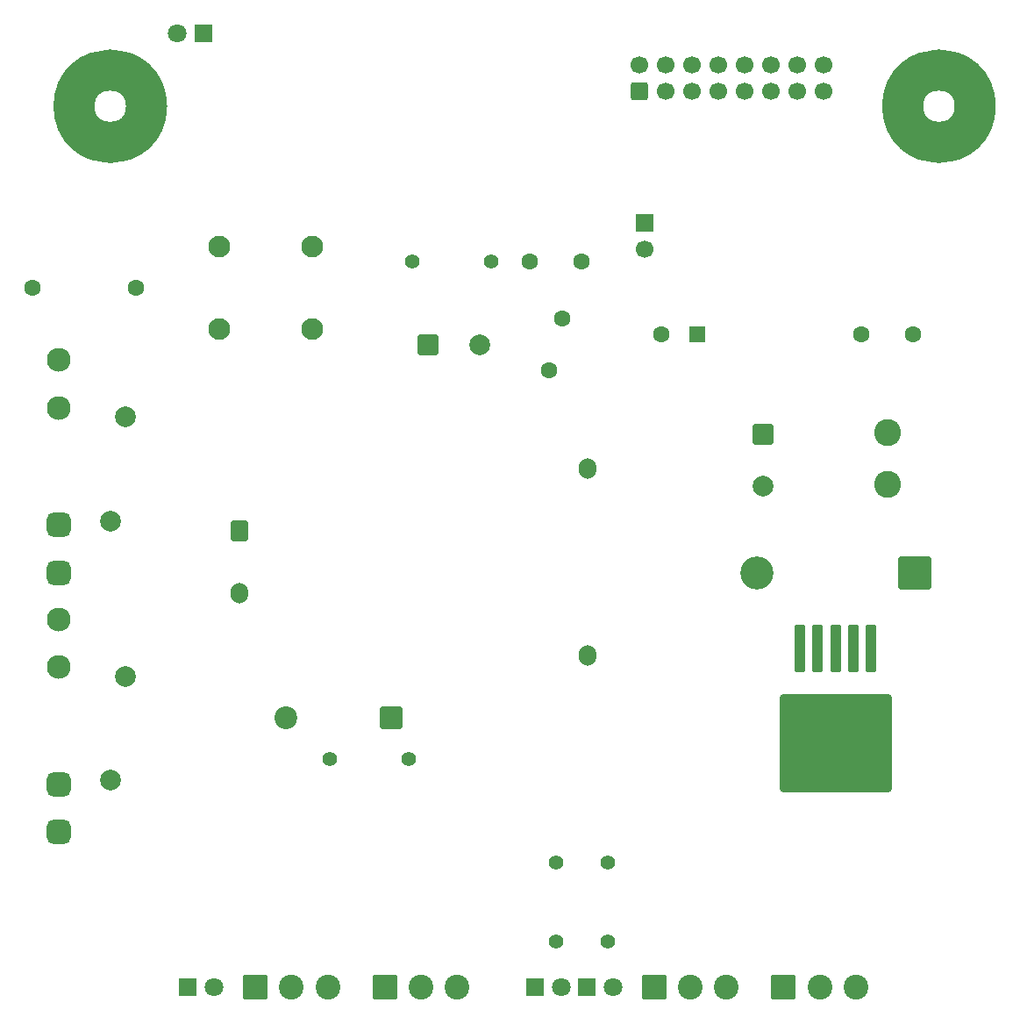
<source format=gbr>
%TF.GenerationSoftware,KiCad,Pcbnew,9.0.7*%
%TF.CreationDate,2026-02-03T14:25:51+01:00*%
%TF.ProjectId,lokho2-base,6c6f6b68-6f32-42d6-9261-73652e6b6963,rev?*%
%TF.SameCoordinates,Original*%
%TF.FileFunction,Soldermask,Top*%
%TF.FilePolarity,Negative*%
%FSLAX46Y46*%
G04 Gerber Fmt 4.6, Leading zero omitted, Abs format (unit mm)*
G04 Created by KiCad (PCBNEW 9.0.7) date 2026-02-03 14:25:51*
%MOMM*%
%LPD*%
G01*
G04 APERTURE LIST*
G04 Aperture macros list*
%AMRoundRect*
0 Rectangle with rounded corners*
0 $1 Rounding radius*
0 $2 $3 $4 $5 $6 $7 $8 $9 X,Y pos of 4 corners*
0 Add a 4 corners polygon primitive as box body*
4,1,4,$2,$3,$4,$5,$6,$7,$8,$9,$2,$3,0*
0 Add four circle primitives for the rounded corners*
1,1,$1+$1,$2,$3*
1,1,$1+$1,$4,$5*
1,1,$1+$1,$6,$7*
1,1,$1+$1,$8,$9*
0 Add four rect primitives between the rounded corners*
20,1,$1+$1,$2,$3,$4,$5,0*
20,1,$1+$1,$4,$5,$6,$7,0*
20,1,$1+$1,$6,$7,$8,$9,0*
20,1,$1+$1,$8,$9,$2,$3,0*%
G04 Aperture macros list end*
%ADD10C,4.000000*%
%ADD11RoundRect,0.575000X0.575000X-0.575000X0.575000X0.575000X-0.575000X0.575000X-0.575000X-0.575000X0*%
%ADD12C,2.300000*%
%ADD13C,1.600000*%
%ADD14RoundRect,0.250001X-0.949999X-0.949999X0.949999X-0.949999X0.949999X0.949999X-0.949999X0.949999X0*%
%ADD15C,2.400000*%
%ADD16C,2.000000*%
%ADD17R,1.800000X1.800000*%
%ADD18C,1.800000*%
%ADD19C,1.400000*%
%ADD20RoundRect,0.250000X-0.600000X-0.750000X0.600000X-0.750000X0.600000X0.750000X-0.600000X0.750000X0*%
%ADD21O,1.700000X2.000000*%
%ADD22R,1.700000X1.700000*%
%ADD23C,1.700000*%
%ADD24RoundRect,0.250000X-0.300000X2.050000X-0.300000X-2.050000X0.300000X-2.050000X0.300000X2.050000X0*%
%ADD25RoundRect,0.250002X-5.149998X4.449998X-5.149998X-4.449998X5.149998X-4.449998X5.149998X4.449998X0*%
%ADD26RoundRect,0.249999X0.850001X0.850001X-0.850001X0.850001X-0.850001X-0.850001X0.850001X-0.850001X0*%
%ADD27C,2.200000*%
%ADD28RoundRect,0.250000X0.550000X0.550000X-0.550000X0.550000X-0.550000X-0.550000X0.550000X-0.550000X0*%
%ADD29RoundRect,0.250000X1.350000X1.350000X-1.350000X1.350000X-1.350000X-1.350000X1.350000X-1.350000X0*%
%ADD30C,3.200000*%
%ADD31C,2.600000*%
%ADD32RoundRect,0.250000X-0.750000X0.750000X-0.750000X-0.750000X0.750000X-0.750000X0.750000X0.750000X0*%
%ADD33RoundRect,0.250000X-0.750000X-0.750000X0.750000X-0.750000X0.750000X0.750000X-0.750000X0.750000X0*%
%ADD34RoundRect,0.250000X0.600000X-0.600000X0.600000X0.600000X-0.600000X0.600000X-0.600000X-0.600000X0*%
%ADD35C,2.100000*%
G04 APERTURE END LIST*
D10*
X113500000Y-60000000D02*
G75*
G02*
X106500000Y-60000000I-3500000J0D01*
G01*
X106500000Y-60000000D02*
G75*
G02*
X113500000Y-60000000I3500000J0D01*
G01*
X193500000Y-60000000D02*
G75*
G02*
X186500000Y-60000000I-3500000J0D01*
G01*
X186500000Y-60000000D02*
G75*
G02*
X193500000Y-60000000I3500000J0D01*
G01*
D11*
%TO.C,F1*%
X105000000Y-105000000D03*
X105000000Y-100400000D03*
D12*
X105000000Y-89100000D03*
X105000000Y-84500000D03*
%TD*%
D13*
%TO.C,C1*%
X102500000Y-77500000D03*
X112500000Y-77500000D03*
%TD*%
D14*
%TO.C,J4*%
X175000000Y-145000000D03*
D15*
X178500000Y-145000000D03*
X182000000Y-145000000D03*
%TD*%
D16*
%TO.C,RV2*%
X111500000Y-115000000D03*
X110000000Y-125000000D03*
%TD*%
D17*
%TO.C,D4*%
X151000000Y-145000000D03*
D18*
X153540000Y-145000000D03*
%TD*%
D14*
%TO.C,J3*%
X162500000Y-145000000D03*
D15*
X166000000Y-145000000D03*
X169500000Y-145000000D03*
%TD*%
D17*
%TO.C,D3*%
X117500000Y-145000000D03*
D18*
X120040000Y-145000000D03*
%TD*%
D13*
%TO.C,F3*%
X150500000Y-75000000D03*
X155500000Y-75000000D03*
%TD*%
D19*
%TO.C,R1*%
X138810000Y-123000000D03*
X131190000Y-123000000D03*
%TD*%
D17*
%TO.C,D6*%
X119000000Y-53000000D03*
D18*
X116460000Y-53000000D03*
%TD*%
D20*
%TO.C,PS1*%
X122452500Y-101000000D03*
D21*
X122452500Y-107000000D03*
X156052500Y-95000000D03*
X156052500Y-113000000D03*
%TD*%
D22*
%TO.C,J5*%
X161615000Y-71225000D03*
D23*
X161615000Y-73765000D03*
%TD*%
D13*
%TO.C,F4*%
X187500000Y-82000000D03*
X182500000Y-82000000D03*
%TD*%
D19*
%TO.C,R3*%
X158000000Y-133000000D03*
X158000000Y-140620000D03*
%TD*%
%TO.C,R4*%
X139190000Y-75000000D03*
X146810000Y-75000000D03*
%TD*%
D24*
%TO.C,U1*%
X183400000Y-112350000D03*
X181700000Y-112350000D03*
X180000000Y-112350000D03*
D25*
X180000000Y-121500000D03*
D24*
X178300000Y-112350000D03*
X176600000Y-112350000D03*
%TD*%
D26*
%TO.C,D2*%
X137080000Y-119000000D03*
D27*
X126920000Y-119000000D03*
%TD*%
D28*
%TO.C,C3*%
X166652651Y-82000000D03*
D13*
X163152651Y-82000000D03*
%TD*%
D29*
%TO.C,D1*%
X187620000Y-105000000D03*
D30*
X172380000Y-105000000D03*
%TD*%
D13*
%TO.C,RV3*%
X153650000Y-80500000D03*
X152350000Y-85500000D03*
%TD*%
D31*
%TO.C,L2*%
X185000000Y-96500000D03*
X185000000Y-91500000D03*
%TD*%
D11*
%TO.C,F2*%
X105000000Y-130000000D03*
X105000000Y-125400000D03*
D12*
X105000000Y-114100000D03*
X105000000Y-109500000D03*
%TD*%
D14*
%TO.C,J1*%
X124000000Y-145000000D03*
D15*
X127500000Y-145000000D03*
X131000000Y-145000000D03*
%TD*%
D14*
%TO.C,J2*%
X136500000Y-145000000D03*
D15*
X140000000Y-145000000D03*
X143500000Y-145000000D03*
%TD*%
D19*
%TO.C,R2*%
X153000000Y-133000000D03*
X153000000Y-140620000D03*
%TD*%
D32*
%TO.C,C4*%
X173000000Y-91632323D03*
D16*
X173000000Y-96632323D03*
%TD*%
D33*
%TO.C,C2*%
X140632323Y-83000000D03*
D16*
X145632323Y-83000000D03*
%TD*%
D34*
%TO.C,SPI1*%
X161110000Y-58540000D03*
D23*
X161110000Y-56000000D03*
X163650000Y-58540000D03*
X163650000Y-56000000D03*
X166190000Y-58540000D03*
X166190000Y-56000000D03*
X168730000Y-58540000D03*
X168730000Y-56000000D03*
X171270000Y-58540000D03*
X171270000Y-56000000D03*
X173810000Y-58540000D03*
X173810000Y-56000000D03*
X176350000Y-58540000D03*
X176350000Y-56000000D03*
X178890000Y-58540000D03*
X178890000Y-56000000D03*
%TD*%
D17*
%TO.C,D5*%
X156000000Y-145000000D03*
D18*
X158540000Y-145000000D03*
%TD*%
D35*
%TO.C,L1*%
X120500000Y-81500000D03*
X129500000Y-81500000D03*
X129500000Y-73500000D03*
X120500000Y-73500000D03*
%TD*%
D16*
%TO.C,RV1*%
X111500000Y-90000000D03*
X110000000Y-100000000D03*
%TD*%
M02*

</source>
